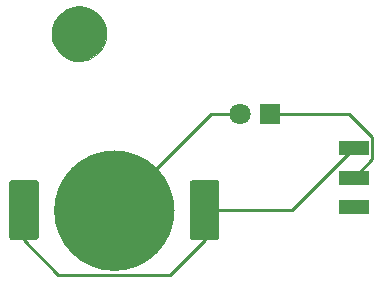
<source format=gbr>
%TF.GenerationSoftware,KiCad,Pcbnew,5.1.10*%
%TF.CreationDate,2021-09-11T11:57:41+02:00*%
%TF.ProjectId,alpaka_svg2shenzhen,616c7061-6b61-45f7-9376-67327368656e,rev?*%
%TF.SameCoordinates,Original*%
%TF.FileFunction,Copper,L2,Bot*%
%TF.FilePolarity,Positive*%
%FSLAX46Y46*%
G04 Gerber Fmt 4.6, Leading zero omitted, Abs format (unit mm)*
G04 Created by KiCad (PCBNEW 5.1.10) date 2021-09-11 11:57:41*
%MOMM*%
%LPD*%
G01*
G04 APERTURE LIST*
%TA.AperFunction,EtchedComponent*%
%ADD10C,0.010000*%
%TD*%
%TA.AperFunction,ComponentPad*%
%ADD11R,1.800000X1.800000*%
%TD*%
%TA.AperFunction,ComponentPad*%
%ADD12C,1.800000*%
%TD*%
%TA.AperFunction,SMDPad,CuDef*%
%ADD13R,2.500000X1.250000*%
%TD*%
%TA.AperFunction,Conductor*%
%ADD14C,0.250000*%
%TD*%
G04 APERTURE END LIST*
D10*
%TO.C,G\u002A\u002A\u002A*%
G36*
X79441909Y-39391174D02*
G01*
X79734615Y-39469433D01*
X80017399Y-39587439D01*
X80024452Y-39590973D01*
X80293385Y-39749400D01*
X80535347Y-39939279D01*
X80748197Y-40157775D01*
X80929796Y-40402054D01*
X81078005Y-40669282D01*
X81190683Y-40956624D01*
X81259274Y-41226580D01*
X81276924Y-41356766D01*
X81286807Y-41514078D01*
X81288955Y-41684033D01*
X81283401Y-41852148D01*
X81270180Y-42003941D01*
X81257295Y-42088014D01*
X81178865Y-42388932D01*
X81063427Y-42671846D01*
X80913417Y-42934125D01*
X80731272Y-43173136D01*
X80519427Y-43386247D01*
X80280320Y-43570824D01*
X80016385Y-43724237D01*
X79730060Y-43843852D01*
X79592873Y-43886421D01*
X79504956Y-43909075D01*
X79422932Y-43925295D01*
X79335548Y-43936409D01*
X79231552Y-43943741D01*
X79099694Y-43948617D01*
X79055383Y-43949743D01*
X78872750Y-43951472D01*
X78725439Y-43946861D01*
X78606872Y-43935615D01*
X78556033Y-43927359D01*
X78295919Y-43859838D01*
X78037251Y-43758178D01*
X77788984Y-43627320D01*
X77560076Y-43472205D01*
X77359482Y-43297773D01*
X77297755Y-43233221D01*
X77101819Y-42987396D01*
X76942892Y-42724562D01*
X76821214Y-42448219D01*
X76737027Y-42161866D01*
X76690572Y-41869005D01*
X76682091Y-41573135D01*
X76711825Y-41277758D01*
X76780015Y-40986372D01*
X76886902Y-40702480D01*
X77032728Y-40429580D01*
X77097631Y-40330604D01*
X77180309Y-40223422D01*
X77286006Y-40104623D01*
X77404381Y-39984442D01*
X77525090Y-39873114D01*
X77637791Y-39780874D01*
X77692045Y-39742362D01*
X77963757Y-39587368D01*
X78248555Y-39470627D01*
X78542604Y-39392388D01*
X78842069Y-39352900D01*
X79143115Y-39352412D01*
X79441909Y-39391174D01*
G37*
X79441909Y-39391174D02*
X79734615Y-39469433D01*
X80017399Y-39587439D01*
X80024452Y-39590973D01*
X80293385Y-39749400D01*
X80535347Y-39939279D01*
X80748197Y-40157775D01*
X80929796Y-40402054D01*
X81078005Y-40669282D01*
X81190683Y-40956624D01*
X81259274Y-41226580D01*
X81276924Y-41356766D01*
X81286807Y-41514078D01*
X81288955Y-41684033D01*
X81283401Y-41852148D01*
X81270180Y-42003941D01*
X81257295Y-42088014D01*
X81178865Y-42388932D01*
X81063427Y-42671846D01*
X80913417Y-42934125D01*
X80731272Y-43173136D01*
X80519427Y-43386247D01*
X80280320Y-43570824D01*
X80016385Y-43724237D01*
X79730060Y-43843852D01*
X79592873Y-43886421D01*
X79504956Y-43909075D01*
X79422932Y-43925295D01*
X79335548Y-43936409D01*
X79231552Y-43943741D01*
X79099694Y-43948617D01*
X79055383Y-43949743D01*
X78872750Y-43951472D01*
X78725439Y-43946861D01*
X78606872Y-43935615D01*
X78556033Y-43927359D01*
X78295919Y-43859838D01*
X78037251Y-43758178D01*
X77788984Y-43627320D01*
X77560076Y-43472205D01*
X77359482Y-43297773D01*
X77297755Y-43233221D01*
X77101819Y-42987396D01*
X76942892Y-42724562D01*
X76821214Y-42448219D01*
X76737027Y-42161866D01*
X76690572Y-41869005D01*
X76682091Y-41573135D01*
X76711825Y-41277758D01*
X76780015Y-40986372D01*
X76886902Y-40702480D01*
X77032728Y-40429580D01*
X77097631Y-40330604D01*
X77180309Y-40223422D01*
X77286006Y-40104623D01*
X77404381Y-39984442D01*
X77525090Y-39873114D01*
X77637791Y-39780874D01*
X77692045Y-39742362D01*
X77963757Y-39587368D01*
X78248555Y-39470627D01*
X78542604Y-39392388D01*
X78842069Y-39352900D01*
X79143115Y-39352412D01*
X79441909Y-39391174D01*
%TD*%
%TO.P,BT1,3*%
%TO.N,Net-(BT1-Pad2)*%
%TA.AperFunction,SMDPad,CuDef*%
G36*
G01*
X75341200Y-59142000D02*
X73341200Y-59142000D01*
G75*
G02*
X73091200Y-58892000I0J250000D01*
G01*
X73091200Y-54292000D01*
G75*
G02*
X73341200Y-54042000I250000J0D01*
G01*
X75341200Y-54042000D01*
G75*
G02*
X75591200Y-54292000I0J-250000D01*
G01*
X75591200Y-58892000D01*
G75*
G02*
X75341200Y-59142000I-250000J0D01*
G01*
G37*
%TD.AperFunction*%
%TO.P,BT1,2*%
%TA.AperFunction,SMDPad,CuDef*%
G36*
G01*
X90641200Y-59142000D02*
X88641200Y-59142000D01*
G75*
G02*
X88391200Y-58892000I0J250000D01*
G01*
X88391200Y-54292000D01*
G75*
G02*
X88641200Y-54042000I250000J0D01*
G01*
X90641200Y-54042000D01*
G75*
G02*
X90891200Y-54292000I0J-250000D01*
G01*
X90891200Y-58892000D01*
G75*
G02*
X90641200Y-59142000I-250000J0D01*
G01*
G37*
%TD.AperFunction*%
%TO.P,BT1,1*%
%TO.N,Net-(BT1-Pad1)*%
%TA.AperFunction,SMDPad,CuDef*%
G36*
G01*
X87091200Y-56642000D02*
X87091200Y-56642000D01*
G75*
G02*
X81991200Y-61742000I-5100000J0D01*
G01*
X81991200Y-61742000D01*
G75*
G02*
X76891200Y-56642000I0J5100000D01*
G01*
X76891200Y-56642000D01*
G75*
G02*
X81991200Y-51542000I5100000J0D01*
G01*
X81991200Y-51542000D01*
G75*
G02*
X87091200Y-56642000I0J-5100000D01*
G01*
G37*
%TD.AperFunction*%
%TD*%
D11*
%TO.P,D1,1*%
%TO.N,Net-(D1-Pad1)*%
X95199200Y-48463200D03*
D12*
%TO.P,D1,2*%
%TO.N,Net-(BT1-Pad1)*%
X92659200Y-48463200D03*
%TD*%
D13*
%TO.P,SW1,1*%
%TO.N,Net-(BT1-Pad2)*%
X102253600Y-51348000D03*
%TO.P,SW1,2*%
%TO.N,Net-(D1-Pad1)*%
X102253600Y-53848000D03*
%TO.P,SW1,3*%
%TO.N,Net-(SW1-Pad3)*%
X102253600Y-56348000D03*
%TD*%
D14*
%TO.N,Net-(BT1-Pad2)*%
X97009600Y-56592000D02*
X102253600Y-51348000D01*
X89641200Y-56592000D02*
X97009600Y-56592000D01*
X89641200Y-59142000D02*
X89641200Y-56592000D01*
X86716189Y-62067011D02*
X89641200Y-59142000D01*
X77266211Y-62067011D02*
X86716189Y-62067011D01*
X74341200Y-59142000D02*
X77266211Y-62067011D01*
X74341200Y-56592000D02*
X74341200Y-59142000D01*
%TO.N,Net-(BT1-Pad1)*%
X90170000Y-48463200D02*
X81991200Y-56642000D01*
X92659200Y-48463200D02*
X90170000Y-48463200D01*
%TO.N,Net-(D1-Pad1)*%
X103828601Y-50420003D02*
X103828601Y-52272999D01*
X103828601Y-52272999D02*
X102253600Y-53848000D01*
X101871798Y-48463200D02*
X103828601Y-50420003D01*
X95199200Y-48463200D02*
X101871798Y-48463200D01*
%TD*%
M02*

</source>
